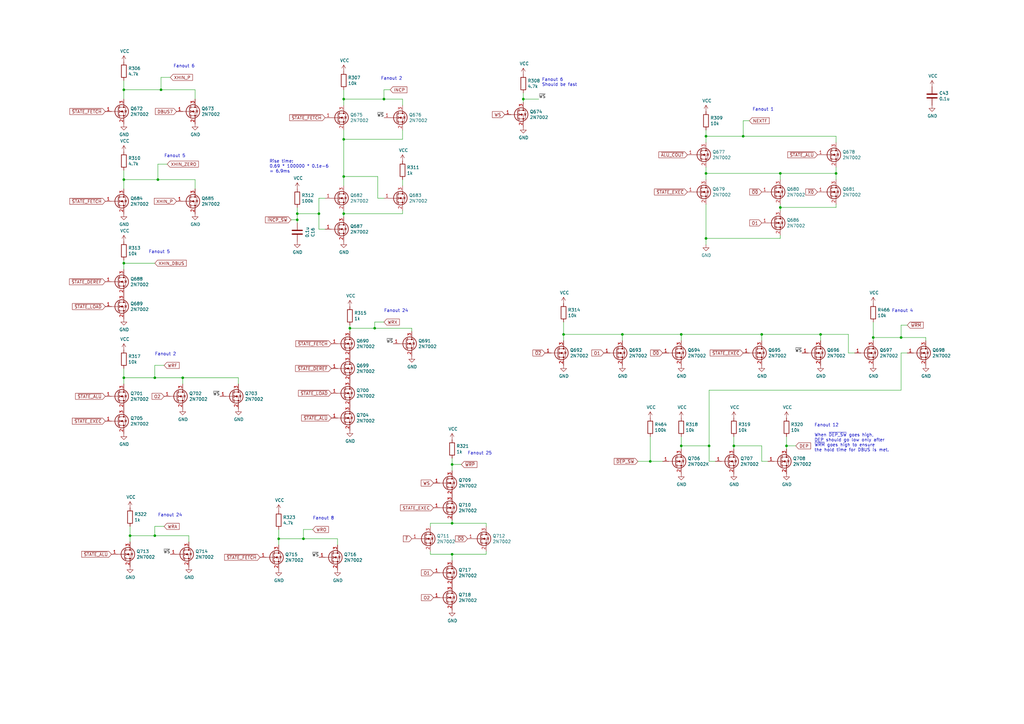
<source format=kicad_sch>
(kicad_sch (version 20230121) (generator eeschema)
  (paper "A3")
  (title_block (title "Q2 Computer") (date "2022-04-16") (rev "4c") (company "joewing.net"))
  (junction (at 121.92 87.63))
  (junction (at 358.14 138.43))
  (junction (at 124.46 220.98))
  (junction (at 185.42 214.63))
  (junction (at 53.34 219.71))
  (junction (at 320.04 71.12))
  (junction (at 74.93 154.94))
  (junction (at 50.8 107.95))
  (junction (at 289.56 55.88))
  (junction (at 50.8 73.66))
  (junction (at 342.9 71.12))
  (junction (at 369.57 138.43))
  (junction (at 157.48 40.64))
  (junction (at 66.04 36.83))
  (junction (at 312.42 137.16))
  (junction (at 185.42 190.5))
  (junction (at 63.5 219.71))
  (junction (at 289.56 71.12))
  (junction (at 140.97 57.15))
  (junction (at 143.51 134.62))
  (junction (at 140.97 87.63))
  (junction (at 322.58 182.88))
  (junction (at 266.7 189.23))
  (junction (at 121.92 90.17))
  (junction (at 289.56 97.79))
  (junction (at 50.8 36.83))
  (junction (at 153.67 134.62))
  (junction (at 130.81 87.63))
  (junction (at 140.97 40.64))
  (junction (at 231.14 137.16))
  (junction (at 300.99 182.88))
  (junction (at 185.42 227.33))
  (junction (at 290.83 182.88))
  (junction (at 279.4 137.16))
  (junction (at 114.3 220.98))
  (junction (at 255.27 137.16))
  (junction (at 304.8 55.88))
  (junction (at 279.4 182.88))
  (junction (at 50.8 154.94))
  (junction (at 64.77 73.66))
  (junction (at 63.5 154.94))
  (junction (at 336.55 137.16))
  (junction (at 140.97 72.39))
  (junction (at 214.63 40.64))
  (junction (at 320.04 85.09))
  (wire (pts (xy 114.3 217.17) (xy 114.3 220.98)))
  (wire (pts (xy 326.39 182.88) (xy 322.58 182.88)))
  (wire (pts (xy 130.81 81.28) (xy 130.81 87.63)))
  (wire (pts (xy 124.46 217.17) (xy 124.46 220.98)))
  (wire (pts (xy 130.81 93.98) (xy 133.35 93.98)))
  (wire (pts (xy 312.42 137.16) (xy 336.55 137.16)))
  (wire (pts (xy 320.04 83.82) (xy 320.04 85.09)))
  (wire (pts (xy 289.56 53.34) (xy 289.56 55.88)))
  (wire (pts (xy 50.8 154.94) (xy 50.8 157.48)))
  (wire (pts (xy 50.8 107.95) (xy 63.5 107.95)))
  (wire (pts (xy 176.53 215.9) (xy 176.53 214.63)))
  (wire (pts (xy 128.27 217.17) (xy 124.46 217.17)))
  (wire (pts (xy 289.56 55.88) (xy 304.8 55.88)))
  (wire (pts (xy 157.48 40.64) (xy 165.1 40.64)))
  (wire (pts (xy 114.3 223.52) (xy 114.3 220.98)))
  (wire (pts (xy 165.1 43.18) (xy 165.1 40.64)))
  (wire (pts (xy 140.97 57.15) (xy 140.97 53.34)))
  (wire (pts (xy 119.38 90.17) (xy 121.92 90.17)))
  (wire (pts (xy 185.42 190.5) (xy 185.42 193.04)))
  (wire (pts (xy 347.98 137.16) (xy 336.55 137.16)))
  (wire (pts (xy 231.14 137.16) (xy 255.27 137.16)))
  (wire (pts (xy 143.51 134.62) (xy 143.51 135.89)))
  (wire (pts (xy 176.53 227.33) (xy 185.42 227.33)))
  (wire (pts (xy 63.5 154.94) (xy 50.8 154.94)))
  (wire (pts (xy 320.04 71.12) (xy 342.9 71.12)))
  (wire (pts (xy 322.58 179.07) (xy 322.58 182.88)))
  (wire (pts (xy 347.98 144.78) (xy 347.98 137.16)))
  (wire (pts (xy 66.04 31.75) (xy 66.04 36.83)))
  (wire (pts (xy 68.58 67.31) (xy 64.77 67.31)))
  (wire (pts (xy 63.5 219.71) (xy 77.47 219.71)))
  (wire (pts (xy 50.8 33.02) (xy 50.8 36.83)))
  (wire (pts (xy 320.04 85.09) (xy 320.04 86.36)))
  (wire (pts (xy 358.14 132.08) (xy 358.14 138.43)))
  (wire (pts (xy 140.97 40.64) (xy 157.48 40.64)))
  (wire (pts (xy 80.01 73.66) (xy 64.77 73.66)))
  (wire (pts (xy 320.04 71.12) (xy 320.04 73.66)))
  (wire (pts (xy 157.48 132.08) (xy 153.67 132.08)))
  (wire (pts (xy 199.39 226.06) (xy 199.39 227.33)))
  (wire (pts (xy 66.04 36.83) (xy 80.01 36.83)))
  (wire (pts (xy 176.53 226.06) (xy 176.53 227.33)))
  (wire (pts (xy 322.58 182.88) (xy 322.58 184.15)))
  (wire (pts (xy 320.04 97.79) (xy 320.04 96.52)))
  (wire (pts (xy 214.63 40.64) (xy 214.63 41.91)))
  (wire (pts (xy 67.31 215.9) (xy 63.5 215.9)))
  (wire (pts (xy 369.57 144.78) (xy 372.11 144.78)))
  (wire (pts (xy 157.48 36.83) (xy 157.48 40.64)))
  (wire (pts (xy 300.99 182.88) (xy 312.42 182.88)))
  (wire (pts (xy 289.56 68.58) (xy 289.56 71.12)))
  (wire (pts (xy 290.83 182.88) (xy 279.4 182.88)))
  (wire (pts (xy 372.11 133.35) (xy 369.57 133.35)))
  (wire (pts (xy 63.5 154.94) (xy 74.93 154.94)))
  (wire (pts (xy 304.8 55.88) (xy 342.9 55.88)))
  (wire (pts (xy 185.42 227.33) (xy 185.42 229.87)))
  (wire (pts (xy 289.56 97.79) (xy 320.04 97.79)))
  (wire (pts (xy 140.97 36.83) (xy 140.97 40.64)))
  (wire (pts (xy 290.83 189.23) (xy 290.83 182.88)))
  (wire (pts (xy 279.4 182.88) (xy 279.4 184.15)))
  (wire (pts (xy 157.48 81.28) (xy 154.94 81.28)))
  (wire (pts (xy 289.56 83.82) (xy 289.56 97.79)))
  (wire (pts (xy 289.56 71.12) (xy 289.56 73.66)))
  (wire (pts (xy 50.8 40.64) (xy 50.8 36.83)))
  (wire (pts (xy 143.51 134.62) (xy 153.67 134.62)))
  (wire (pts (xy 320.04 85.09) (xy 342.9 85.09)))
  (wire (pts (xy 293.37 189.23) (xy 290.83 189.23)))
  (wire (pts (xy 290.83 160.02) (xy 369.57 160.02)))
  (wire (pts (xy 64.77 67.31) (xy 64.77 73.66)))
  (wire (pts (xy 130.81 87.63) (xy 130.81 93.98)))
  (wire (pts (xy 80.01 77.47) (xy 80.01 73.66)))
  (wire (pts (xy 50.8 36.83) (xy 66.04 36.83)))
  (wire (pts (xy 160.02 36.83) (xy 157.48 36.83)))
  (wire (pts (xy 74.93 154.94) (xy 97.79 154.94)))
  (wire (pts (xy 185.42 214.63) (xy 185.42 213.36)))
  (wire (pts (xy 153.67 132.08) (xy 153.67 134.62)))
  (wire (pts (xy 312.42 137.16) (xy 279.4 137.16)))
  (wire (pts (xy 185.42 227.33) (xy 199.39 227.33)))
  (wire (pts (xy 53.34 222.25) (xy 53.34 219.71)))
  (wire (pts (xy 342.9 71.12) (xy 342.9 68.58)))
  (wire (pts (xy 80.01 36.83) (xy 80.01 40.64)))
  (wire (pts (xy 279.4 179.07) (xy 279.4 182.88)))
  (wire (pts (xy 168.91 134.62) (xy 168.91 135.89)))
  (wire (pts (xy 289.56 71.12) (xy 320.04 71.12)))
  (wire (pts (xy 138.43 223.52) (xy 138.43 220.98)))
  (wire (pts (xy 261.62 189.23) (xy 266.7 189.23)))
  (wire (pts (xy 307.34 49.53) (xy 304.8 49.53)))
  (wire (pts (xy 300.99 179.07) (xy 300.99 182.88)))
  (wire (pts (xy 165.1 57.15) (xy 165.1 53.34)))
  (wire (pts (xy 140.97 87.63) (xy 165.1 87.63)))
  (wire (pts (xy 50.8 73.66) (xy 50.8 77.47)))
  (wire (pts (xy 342.9 85.09) (xy 342.9 83.82)))
  (wire (pts (xy 289.56 100.33) (xy 289.56 97.79)))
  (wire (pts (xy 154.94 81.28) (xy 154.94 72.39)))
  (wire (pts (xy 63.5 215.9) (xy 63.5 219.71)))
  (wire (pts (xy 165.1 87.63) (xy 165.1 86.36)))
  (wire (pts (xy 266.7 179.07) (xy 266.7 189.23)))
  (wire (pts (xy 74.93 154.94) (xy 74.93 157.48)))
  (wire (pts (xy 312.42 182.88) (xy 312.42 189.23)))
  (wire (pts (xy 266.7 189.23) (xy 271.78 189.23)))
  (wire (pts (xy 133.35 81.28) (xy 130.81 81.28)))
  (wire (pts (xy 67.31 149.86) (xy 63.5 149.86)))
  (wire (pts (xy 185.42 187.96) (xy 185.42 190.5)))
  (wire (pts (xy 63.5 149.86) (xy 63.5 154.94)))
  (wire (pts (xy 77.47 222.25) (xy 77.47 219.71)))
  (wire (pts (xy 358.14 138.43) (xy 358.14 139.7)))
  (wire (pts (xy 199.39 214.63) (xy 199.39 215.9)))
  (wire (pts (xy 336.55 139.7) (xy 336.55 137.16)))
  (wire (pts (xy 220.98 40.64) (xy 214.63 40.64)))
  (wire (pts (xy 279.4 137.16) (xy 279.4 139.7)))
  (wire (pts (xy 121.92 91.44) (xy 121.92 90.17)))
  (wire (pts (xy 64.77 73.66) (xy 50.8 73.66)))
  (wire (pts (xy 342.9 55.88) (xy 342.9 58.42)))
  (wire (pts (xy 53.34 219.71) (xy 63.5 219.71)))
  (wire (pts (xy 176.53 214.63) (xy 185.42 214.63)))
  (wire (pts (xy 231.14 137.16) (xy 231.14 139.7)))
  (wire (pts (xy 189.23 190.5) (xy 185.42 190.5)))
  (wire (pts (xy 185.42 214.63) (xy 199.39 214.63)))
  (wire (pts (xy 140.97 87.63) (xy 140.97 88.9)))
  (wire (pts (xy 369.57 160.02) (xy 369.57 144.78)))
  (wire (pts (xy 140.97 72.39) (xy 140.97 76.2)))
  (wire (pts (xy 140.97 86.36) (xy 140.97 87.63)))
  (wire (pts (xy 154.94 72.39) (xy 140.97 72.39)))
  (wire (pts (xy 279.4 137.16) (xy 255.27 137.16)))
  (wire (pts (xy 300.99 182.88) (xy 300.99 184.15)))
  (wire (pts (xy 369.57 138.43) (xy 379.73 138.43)))
  (wire (pts (xy 304.8 49.53) (xy 304.8 55.88)))
  (wire (pts (xy 140.97 43.18) (xy 140.97 40.64)))
  (wire (pts (xy 50.8 106.68) (xy 50.8 107.95)))
  (wire (pts (xy 289.56 58.42) (xy 289.56 55.88)))
  (wire (pts (xy 153.67 134.62) (xy 168.91 134.62)))
  (wire (pts (xy 143.51 133.35) (xy 143.51 134.62)))
  (wire (pts (xy 140.97 57.15) (xy 165.1 57.15)))
  (wire (pts (xy 140.97 57.15) (xy 140.97 72.39)))
  (wire (pts (xy 121.92 90.17) (xy 121.92 87.63)))
  (wire (pts (xy 97.79 154.94) (xy 97.79 157.48)))
  (wire (pts (xy 121.92 87.63) (xy 130.81 87.63)))
  (wire (pts (xy 50.8 151.13) (xy 50.8 154.94)))
  (wire (pts (xy 369.57 133.35) (xy 369.57 138.43)))
  (wire (pts (xy 114.3 220.98) (xy 124.46 220.98)))
  (wire (pts (xy 214.63 38.1) (xy 214.63 40.64)))
  (wire (pts (xy 50.8 69.85) (xy 50.8 73.66)))
  (wire (pts (xy 312.42 189.23) (xy 314.96 189.23)))
  (wire (pts (xy 350.52 144.78) (xy 347.98 144.78)))
  (wire (pts (xy 69.85 31.75) (xy 66.04 31.75)))
  (wire (pts (xy 165.1 73.66) (xy 165.1 76.2)))
  (wire (pts (xy 50.8 107.95) (xy 50.8 110.49)))
  (wire (pts (xy 379.73 138.43) (xy 379.73 139.7)))
  (wire (pts (xy 53.34 215.9) (xy 53.34 219.71)))
  (wire (pts (xy 312.42 139.7) (xy 312.42 137.16)))
  (wire (pts (xy 124.46 220.98) (xy 138.43 220.98)))
  (wire (pts (xy 290.83 182.88) (xy 290.83 160.02)))
  (wire (pts (xy 255.27 137.16) (xy 255.27 139.7)))
  (wire (pts (xy 358.14 138.43) (xy 369.57 138.43)))
  (wire (pts (xy 121.92 85.09) (xy 121.92 87.63)))
  (wire (pts (xy 231.14 132.08) (xy 231.14 137.16)))
  (wire (pts (xy 342.9 71.12) (xy 342.9 73.66)))
  (text "Fanout 25" (at 191.77 186.69 0) (effects (font (size 1.27 1.27)) (justify left bottom)))
  (text "Fanout 4" (at 365.76 128.27 0) (effects (font (size 1.27 1.27)) (justify left bottom)))
  (text "Fanout 5" (at 67.31 64.77 0) (effects (font (size 1.27 1.27)) (justify left bottom)))
  (text "Fanout 24" (at 64.77 212.09 0) (effects (font (size 1.27 1.27)) (justify left bottom)))
  (text "Fanout 12\n\nWhen ~{DEP_SW} goes high,\nDEP should go low only after\n~{WRM} goes high to ensure\nthe hold time for DBUS is met." (at 334.01 185.42 0) (effects (font (size 1.27 1.27)) (justify left bottom)))
  (text "Fanout 2" (at 63.5 146.05 0) (effects (font (size 1.27 1.27)) (justify left bottom)))
  (text "Fanout 6\nShould be fast" (at 222.25 35.56 0) (effects (font (size 1.27 1.27)) (justify left bottom)))
  (text "Fanout 5" (at 60.96 104.14 0) (effects (font (size 1.27 1.27)) (justify left bottom)))
  (text "Fanout 24" (at 157.48 128.27 0) (effects (font (size 1.27 1.27)) (justify left bottom)))
  (text "Fanout 2" (at 156.21 33.02 0) (effects (font (size 1.27 1.27)) (justify left bottom)))
  (text "Fanout 6" (at 71.12 27.94 0) (effects (font (size 1.27 1.27)) (justify left bottom)))
  (text "Fanout 8" (at 128.27 213.36 0) (effects (font (size 1.27 1.27)) (justify left bottom)))
  (text "Rise time:\n0.69 * 100000 * 0.1e-6\n= 6.9ms" (at 110.49 71.12 0) (effects (font (size 1.27 1.27)) (justify left bottom)))
  (text "Fanout 1" (at 308.61 45.72 0) (effects (font (size 1.27 1.27)) (justify left bottom)))
  (label "~{WS}" (at 90.17 162.56 180))
  (label "~{WS}" (at 130.81 228.6 180))
  (label "~{WS}" (at 220.98 40.64 0))
  (label "~{WS}" (at 161.29 140.97 180))
  (label "~{WS}" (at 157.48 48.26 180))
  (label "~{WS}" (at 69.85 227.33 180))
  (label "~{WS}" (at 328.93 144.78 180))
  (global_label "~{X0}" (shape input) (at 335.28 78.74 180) (property "Intersheetrefs" "${INTERSHEET_REFS}" (effects hide)))
  (global_label "WRF" (shape input) (at 67.31 149.86 0) (property "Intersheetrefs" "${INTERSHEET_REFS}" (effects hide)))
  (global_label "~{F}" (shape input) (at 168.91 220.98 180) (property "Intersheetrefs" "${INTERSHEET_REFS}" (effects hide)))
  (global_label "WS" (shape input) (at 177.8 198.12 180) (property "Intersheetrefs" "${INTERSHEET_REFS}" (effects hide)))
  (global_label "XHIN_DBUS" (shape input) (at 63.5 107.95 0) (property "Intersheetrefs" "${INTERSHEET_REFS}" (effects hide)))
  (global_label "XHIN_ZERO" (shape input) (at 68.58 67.31 0) (property "Intersheetrefs" "${INTERSHEET_REFS}" (effects hide)))
  (global_label "~{O0}" (shape input) (at 191.77 220.98 180) (property "Intersheetrefs" "${INTERSHEET_REFS}" (effects hide)))
  (global_label "O2" (shape input) (at 67.31 162.56 180) (property "Intersheetrefs" "${INTERSHEET_REFS}" (effects hide)))
  (global_label "~{INCP_SW}" (shape input) (at 119.38 90.17 180) (property "Intersheetrefs" "${INTERSHEET_REFS}" (effects hide)))
  (global_label "STATE_EXEC" (shape input) (at 177.8 208.28 180) (property "Intersheetrefs" "${INTERSHEET_REFS}" (effects hide)))
  (global_label "~{STATE_EXEC}" (shape input) (at 43.18 172.72 180) (property "Intersheetrefs" "${INTERSHEET_REFS}" (effects hide)))
  (global_label "~{STATE_EXEC}" (shape input) (at 281.94 78.74 180) (property "Intersheetrefs" "${INTERSHEET_REFS}" (effects hide)))
  (global_label "~{STATE_DEREF}" (shape input) (at 135.89 151.13 180) (property "Intersheetrefs" "${INTERSHEET_REFS}" (effects hide)))
  (global_label "~{STATE_ALU}" (shape input) (at 45.72 227.33 180) (property "Intersheetrefs" "${INTERSHEET_REFS}" (effects hide)))
  (global_label "~{STATE_ALU}" (shape input) (at 335.28 63.5 180) (property "Intersheetrefs" "${INTERSHEET_REFS}" (effects hide)))
  (global_label "~{O0}" (shape input) (at 312.42 78.74 180) (property "Intersheetrefs" "${INTERSHEET_REFS}" (effects hide)))
  (global_label "O1" (shape input) (at 312.42 91.44 180) (property "Intersheetrefs" "${INTERSHEET_REFS}" (effects hide)))
  (global_label "~{STATE_LOAD}" (shape input) (at 135.89 161.29 180) (property "Intersheetrefs" "${INTERSHEET_REFS}" (effects hide)))
  (global_label "~{ALU_COUT}" (shape input) (at 281.94 63.5 180) (property "Intersheetrefs" "${INTERSHEET_REFS}" (effects hide)))
  (global_label "XHIN_P" (shape input) (at 69.85 31.75 0) (property "Intersheetrefs" "${INTERSHEET_REFS}" (effects hide)))
  (global_label "~{STATE_FETCH}" (shape input) (at 43.18 82.55 180) (property "Intersheetrefs" "${INTERSHEET_REFS}" (effects hide)))
  (global_label "~{STATE_ALU}" (shape input) (at 135.89 171.45 180) (property "Intersheetrefs" "${INTERSHEET_REFS}" (effects hide)))
  (global_label "INCP" (shape input) (at 160.02 36.83 0) (property "Intersheetrefs" "${INTERSHEET_REFS}" (effects hide)))
  (global_label "WRA" (shape input) (at 67.31 215.9 0) (property "Intersheetrefs" "${INTERSHEET_REFS}" (effects hide)))
  (global_label "~{DEP_SW}" (shape input) (at 261.62 189.23 180) (property "Intersheetrefs" "${INTERSHEET_REFS}" (effects hide)))
  (global_label "~{O0}" (shape input) (at 271.78 144.78 180) (property "Intersheetrefs" "${INTERSHEET_REFS}" (effects hide)))
  (global_label "XHIN_P" (shape input) (at 72.39 82.55 180) (property "Intersheetrefs" "${INTERSHEET_REFS}" (effects hide)))
  (global_label "NEXTF" (shape input) (at 307.34 49.53 0) (property "Intersheetrefs" "${INTERSHEET_REFS}" (effects hide)))
  (global_label "~{STATE_FETCH}" (shape input) (at 43.18 45.72 180) (property "Intersheetrefs" "${INTERSHEET_REFS}" (effects hide)))
  (global_label "O1" (shape input) (at 177.8 234.95 180) (property "Intersheetrefs" "${INTERSHEET_REFS}" (effects hide)))
  (global_label "WRX" (shape input) (at 157.48 132.08 0) (property "Intersheetrefs" "${INTERSHEET_REFS}" (effects hide)))
  (global_label "~{STATE_LOAD}" (shape input) (at 43.18 125.73 180) (property "Intersheetrefs" "${INTERSHEET_REFS}" (effects hide)))
  (global_label "~{STATE_FETCH}" (shape input) (at 106.68 228.6 180) (property "Intersheetrefs" "${INTERSHEET_REFS}" (effects hide)))
  (global_label "~{STATE_ALU}" (shape input) (at 43.18 162.56 180) (property "Intersheetrefs" "${INTERSHEET_REFS}" (effects hide)))
  (global_label "~{WRM}" (shape input) (at 372.11 133.35 0) (property "Intersheetrefs" "${INTERSHEET_REFS}" (effects hide)))
  (global_label "O2" (shape input) (at 177.8 245.11 180) (property "Intersheetrefs" "${INTERSHEET_REFS}" (effects hide)))
  (global_label "~{O2}" (shape input) (at 223.52 144.78 180) (property "Intersheetrefs" "${INTERSHEET_REFS}" (effects hide)))
  (global_label "O1" (shape input) (at 247.65 144.78 180) (property "Intersheetrefs" "${INTERSHEET_REFS}" (effects hide)))
  (global_label "~{STATE_DEREF}" (shape input) (at 43.18 115.57 180) (property "Intersheetrefs" "${INTERSHEET_REFS}" (effects hide)))
  (global_label "WS" (shape input) (at 207.01 46.99 180) (property "Intersheetrefs" "${INTERSHEET_REFS}" (effects hide)))
  (global_label "WRO" (shape input) (at 128.27 217.17 0) (property "Intersheetrefs" "${INTERSHEET_REFS}" (effects hide)))
  (global_label "~{STATE_EXEC}" (shape input) (at 304.8 144.78 180) (property "Intersheetrefs" "${INTERSHEET_REFS}" (effects hide)))
  (global_label "~{WRP}" (shape input) (at 189.23 190.5 0) (property "Intersheetrefs" "${INTERSHEET_REFS}" (effects hide)))
  (global_label "~{STATE_FETCH}" (shape input) (at 135.89 140.97 180) (property "Intersheetrefs" "${INTERSHEET_REFS}" (effects hide)))
  (global_label "DBUS7" (shape input) (at 72.39 45.72 180) (property "Intersheetrefs" "${INTERSHEET_REFS}" (effects hide)))
  (global_label "DEP" (shape input) (at 326.39 182.88 0) (property "Intersheetrefs" "${INTERSHEET_REFS}" (effects hide)))
  (global_label "~{STATE_FETCH}" (shape input) (at 133.35 48.26 180) (property "Intersheetrefs" "${INTERSHEET_REFS}" (effects hide)))
  (symbol (lib_id "Transistor_FET:2N7002") (at 298.45 189.23 0) (unit 1)
    (property "Reference" "Q707" (at 303.6316 188.0616 0) (effects (justify left)))
    (property "Value" "2N7002" (at 303.6316 190.373 0) (effects (justify left)))
    (property "Footprint" "Package_TO_SOT_SMD:SOT-23" (effects hide))
    (property "LCSC" "C181083" (effects hide))
    (property "Manufacturer" "Guangdong Hottech" (effects hide))
    (property "Part Number" "2N7002" (effects hide))
    (property "Package" "SOT-23" (effects hide))
    (property "Type" "SMD" (effects hide))
  )
  (symbol (lib_id "power:GND") (at 300.99 194.31 0) (unit 1)
    (property "Reference" "#PWR0592" (effects hide))
    (property "Value" "GND" (at 301.117 198.7042 0))
  )
  (symbol (lib_id "Transistor_FET:2N7002") (at 276.86 189.23 0) (unit 1)
    (property "Reference" "Q706" (at 282.0416 188.0616 0) (effects (justify left)))
    (property "Value" "2N7002K" (at 282.0416 190.373 0) (effects (justify left)))
    (property "Footprint" "Package_TO_SOT_SMD:SOT-23" (effects hide))
    (property "LCSC" "C181083" (effects hide))
    (property "Manufacturer" "Guangdong Hottech" (effects hide))
    (property "Part Number" "2N7002K" (effects hide))
    (property "Package" "SOT-23" (effects hide))
    (property "Type" "SMD" (effects hide))
  )
  (symbol (lib_id "power:GND") (at 279.4 194.31 0) (unit 1)
    (property "Reference" "#PWR0591" (effects hide))
    (property "Value" "GND" (at 279.527 198.7042 0))
  )
  (symbol (lib_id "power:VCC") (at 279.4 171.45 0) (unit 1)
    (property "Reference" "#PWR0585" (effects hide))
    (property "Value" "VCC" (at 279.781 167.0558 0))
  )
  (symbol (lib_id "Device:R") (at 300.99 175.26 0) (unit 1)
    (property "Reference" "R319" (at 302.768 174.0916 0) (effects (justify left)))
    (property "Value" "10k" (at 302.768 176.403 0) (effects (justify left)))
    (property "Footprint" "Resistor_SMD:R_0603_1608Metric" (effects hide))
    (property "LCSC" "C25804" (effects hide))
    (property "Manufacturer" "UNI-ROYAL(Uniroyal Elec)" (effects hide))
    (property "Part Number" "0603WAF1002T5E" (effects hide))
    (property "Package" "0603" (effects hide))
    (property "Type" "SMD" (effects hide))
  )
  (symbol (lib_id "power:VCC") (at 300.99 171.45 0) (unit 1)
    (property "Reference" "#PWR0586" (effects hide))
    (property "Value" "VCC" (at 301.371 167.0558 0))
  )
  (symbol (lib_id "power:GND") (at 379.73 149.86 0) (unit 1)
    (property "Reference" "#PWR0582" (effects hide))
    (property "Value" "GND" (at 379.857 154.2542 0))
  )
  (symbol (lib_id "power:GND") (at 336.55 149.86 0) (unit 1)
    (property "Reference" "#PWR0580" (effects hide))
    (property "Value" "GND" (at 336.677 154.2542 0))
  )
  (symbol (lib_id "power:GND") (at 312.42 149.86 0) (unit 1)
    (property "Reference" "#PWR0579" (effects hide))
    (property "Value" "GND" (at 312.547 154.2542 0))
  )
  (symbol (lib_id "power:GND") (at 279.4 149.86 0) (unit 1)
    (property "Reference" "#PWR0578" (effects hide))
    (property "Value" "GND" (at 279.527 154.2542 0))
  )
  (symbol (lib_id "power:GND") (at 255.27 149.86 0) (unit 1)
    (property "Reference" "#PWR0577" (effects hide))
    (property "Value" "GND" (at 255.397 154.2542 0))
  )
  (symbol (lib_id "power:GND") (at 231.14 149.86 0) (unit 1)
    (property "Reference" "#PWR0576" (effects hide))
    (property "Value" "GND" (at 231.267 154.2542 0))
  )
  (symbol (lib_id "Transistor_FET:2N7002") (at 138.43 81.28 0) (unit 1)
    (property "Reference" "Q682" (at 143.6116 80.1116 0) (effects (justify left)))
    (property "Value" "2N7002" (at 143.6116 82.423 0) (effects (justify left)))
    (property "Footprint" "Package_TO_SOT_SMD:SOT-23" (effects hide))
    (property "LCSC" "C181083" (effects hide))
    (property "Manufacturer" "Guangdong Hottech" (effects hide))
    (property "Part Number" "2N7002" (effects hide))
    (property "Package" "SOT-23" (effects hide))
    (property "Type" "SMD" (effects hide))
  )
  (symbol (lib_id "Transistor_FET:2N7002") (at 138.43 93.98 0) (unit 1)
    (property "Reference" "Q687" (at 143.6116 92.8116 0) (effects (justify left)))
    (property "Value" "2N7002" (at 143.6116 95.123 0) (effects (justify left)))
    (property "Footprint" "Package_TO_SOT_SMD:SOT-23" (effects hide))
    (property "LCSC" "C181083" (effects hide))
    (property "Manufacturer" "Guangdong Hottech" (effects hide))
    (property "Part Number" "2N7002" (effects hide))
    (property "Package" "SOT-23" (effects hide))
    (property "Type" "SMD" (effects hide))
  )
  (symbol (lib_id "Transistor_FET:2N7002") (at 162.56 81.28 0) (unit 1)
    (property "Reference" "Q683" (at 167.7416 80.1116 0) (effects (justify left)))
    (property "Value" "2N7002" (at 167.7416 82.423 0) (effects (justify left)))
    (property "Footprint" "Package_TO_SOT_SMD:SOT-23" (effects hide))
    (property "LCSC" "C181083" (effects hide))
    (property "Manufacturer" "Guangdong Hottech" (effects hide))
    (property "Part Number" "2N7002" (effects hide))
    (property "Package" "SOT-23" (effects hide))
    (property "Type" "SMD" (effects hide))
  )
  (symbol (lib_id "Device:R") (at 165.1 69.85 0) (unit 1)
    (property "Reference" "R311" (at 166.878 68.6816 0) (effects (justify left)))
    (property "Value" "1k" (at 166.878 70.993 0) (effects (justify left)))
    (property "Footprint" "Resistor_SMD:R_0603_1608Metric" (effects hide))
    (property "LCSC" "C21190" (effects hide))
    (property "Manufacturer" "UNI-ROYAL(Uniroyal Elec)" (effects hide))
    (property "Part Number" "0603WAF1001T5E" (effects hide))
    (property "Package" "0603" (effects hide))
    (property "Type" "SMD" (effects hide))
  )
  (symbol (lib_id "power:VCC") (at 165.1 66.04 0) (unit 1)
    (property "Reference" "#PWR0562" (effects hide))
    (property "Value" "VCC" (at 165.481 61.6458 0))
  )
  (symbol (lib_id "power:GND") (at 140.97 99.06 0) (unit 1)
    (property "Reference" "#PWR0568" (effects hide))
    (property "Value" "GND" (at 141.097 103.4542 0))
  )
  (symbol (lib_id "Device:R") (at 121.92 81.28 0) (unit 1)
    (property "Reference" "R312" (at 123.698 80.1116 0) (effects (justify left)))
    (property "Value" "100k" (at 123.698 82.423 0) (effects (justify left)))
    (property "Footprint" "Resistor_SMD:R_0603_1608Metric" (effects hide))
    (property "LCSC" "C25803" (effects hide))
    (property "Manufacturer" "UNI-ROYAL(Uniroyal Elec)" (effects hide))
    (property "Part Number" "0603WAF1003T5E" (effects hide))
    (property "Package" "0603" (effects hide))
    (property "Type" "SMD" (effects hide))
  )
  (symbol (lib_id "power:VCC") (at 121.92 77.47 0) (unit 1)
    (property "Reference" "#PWR0563" (effects hide))
    (property "Value" "VCC" (at 122.301 73.0758 0))
  )
  (symbol (lib_id "Device:C") (at 121.92 95.25 180) (unit 1)
    (property "Reference" "C16" (at 128.3208 95.25 90))
    (property "Value" "0.1u" (at 126.0094 95.25 90))
    (property "Footprint" "Capacitor_SMD:C_0805_2012Metric" (effects hide))
    (property "LCSC" "C49678" (effects hide))
    (property "Manufacturer" "YAGEO" (effects hide))
    (property "Part Number" "CC0805KRX7R9BB104" (effects hide))
    (property "Package" "0805" (effects hide))
    (property "Type" "SMD" (effects hide))
  )
  (symbol (lib_id "power:GND") (at 121.92 99.06 0) (unit 1)
    (property "Reference" "#PWR0567" (effects hide))
    (property "Value" "GND" (at 122.047 103.4542 0))
  )
  (symbol (lib_id "power:GND") (at 114.3 233.68 0) (unit 1)
    (property "Reference" "#PWR0598" (effects hide))
    (property "Value" "GND" (at 114.427 238.0742 0))
  )
  (symbol (lib_id "Device:R") (at 114.3 213.36 0) (unit 1)
    (property "Reference" "R323" (at 116.078 212.1916 0) (effects (justify left)))
    (property "Value" "4.7k" (at 116.078 214.503 0) (effects (justify left)))
    (property "Footprint" "Resistor_SMD:R_0603_1608Metric" (effects hide))
    (property "LCSC" "C23162" (effects hide))
    (property "Manufacturer" "UNI-ROYAL(Uniroyal Elec)" (effects hide))
    (property "Part Number" "0603WAF4701T5E" (effects hide))
    (property "Package" "0603" (effects hide))
    (property "Type" "SMD" (effects hide))
  )
  (symbol (lib_id "power:VCC") (at 114.3 209.55 0) (unit 1)
    (property "Reference" "#PWR0595" (effects hide))
    (property "Value" "VCC" (at 114.681 205.1558 0))
  )
  (symbol (lib_id "power:GND") (at 138.43 233.68 0) (unit 1)
    (property "Reference" "#PWR0599" (effects hide))
    (property "Value" "GND" (at 138.557 238.0742 0))
  )
  (symbol (lib_id "power:GND") (at 214.63 52.07 0) (unit 1)
    (property "Reference" "#PWR0560" (effects hide))
    (property "Value" "GND" (at 214.757 56.4642 0))
  )
  (symbol (lib_id "Device:R") (at 214.63 34.29 0) (unit 1)
    (property "Reference" "R308" (at 216.408 33.1216 0) (effects (justify left)))
    (property "Value" "4.7k" (at 216.408 35.433 0) (effects (justify left)))
    (property "Footprint" "Resistor_SMD:R_0603_1608Metric" (effects hide))
    (property "LCSC" "C23162" (effects hide))
    (property "Manufacturer" "UNI-ROYAL(Uniroyal Elec)" (effects hide))
    (property "Part Number" "0603WAF4701T5E" (effects hide))
    (property "Package" "0603" (effects hide))
    (property "Type" "SMD" (effects hide))
  )
  (symbol (lib_id "power:VCC") (at 214.63 30.48 0) (unit 1)
    (property "Reference" "#PWR0556" (effects hide))
    (property "Value" "VCC" (at 215.011 26.0858 0))
  )
  (symbol (lib_id "power:GND") (at 50.8 50.8 0) (unit 1)
    (property "Reference" "#PWR0558" (effects hide))
    (property "Value" "GND" (at 50.927 55.1942 0))
  )
  (symbol (lib_id "power:GND") (at 80.01 50.8 0) (unit 1)
    (property "Reference" "#PWR0559" (effects hide))
    (property "Value" "GND" (at 80.137 55.1942 0))
  )
  (symbol (lib_id "Device:R") (at 50.8 29.21 0) (unit 1)
    (property "Reference" "R306" (at 52.578 28.0416 0) (effects (justify left)))
    (property "Value" "4.7k" (at 52.578 30.353 0) (effects (justify left)))
    (property "Footprint" "Resistor_SMD:R_0603_1608Metric" (effects hide))
    (property "LCSC" "C23162" (effects hide))
    (property "Manufacturer" "UNI-ROYAL(Uniroyal Elec)" (effects hide))
    (property "Part Number" "0603WAF4701T5E" (effects hide))
    (property "Package" "0603" (effects hide))
    (property "Type" "SMD" (effects hide))
  )
  (symbol (lib_id "power:VCC") (at 50.8 25.4 0) (unit 1)
    (property "Reference" "#PWR0554" (effects hide))
    (property "Value" "VCC" (at 51.181 21.0058 0))
  )
  (symbol (lib_id "power:GND") (at 80.01 87.63 0) (unit 1)
    (property "Reference" "#PWR0565" (effects hide))
    (property "Value" "GND" (at 80.137 92.0242 0))
  )
  (symbol (lib_id "power:GND") (at 50.8 87.63 0) (unit 1)
    (property "Reference" "#PWR0564" (effects hide))
    (property "Value" "GND" (at 50.927 92.0242 0))
  )
  (symbol (lib_id "Device:R") (at 50.8 66.04 0) (unit 1)
    (property "Reference" "R310" (at 52.578 64.8716 0) (effects (justify left)))
    (property "Value" "4.7k" (at 52.578 67.183 0) (effects (justify left)))
    (property "Footprint" "Resistor_SMD:R_0603_1608Metric" (effects hide))
    (property "LCSC" "C23162" (effects hide))
    (property "Manufacturer" "UNI-ROYAL(Uniroyal Elec)" (effects hide))
    (property "Part Number" "0603WAF4701T5E" (effects hide))
    (property "Package" "0603" (effects hide))
    (property "Type" "SMD" (effects hide))
  )
  (symbol (lib_id "power:VCC") (at 50.8 62.23 0) (unit 1)
    (property "Reference" "#PWR0561" (effects hide))
    (property "Value" "VCC" (at 51.181 57.8358 0))
  )
  (symbol (lib_id "Device:R") (at 50.8 102.87 0) (unit 1)
    (property "Reference" "R313" (at 52.578 101.7016 0) (effects (justify left)))
    (property "Value" "10k" (at 52.578 104.013 0) (effects (justify left)))
    (property "Footprint" "Resistor_SMD:R_0603_1608Metric" (effects hide))
    (property "LCSC" "C25804" (effects hide))
    (property "Manufacturer" "UNI-ROYAL(Uniroyal Elec)" (effects hide))
    (property "Part Number" "0603WAF1002T5E" (effects hide))
    (property "Package" "0603" (effects hide))
    (property "Type" "SMD" (effects hide))
  )
  (symbol (lib_id "power:VCC") (at 50.8 99.06 0) (unit 1)
    (property "Reference" "#PWR0566" (effects hide))
    (property "Value" "VCC" (at 51.181 94.6658 0))
  )
  (symbol (lib_id "power:GND") (at 50.8 130.81 0) (unit 1)
    (property "Reference" "#PWR0573" (effects hide))
    (property "Value" "GND" (at 50.927 135.2042 0))
  )
  (symbol (lib_id "power:GND") (at 53.34 232.41 0) (unit 1)
    (property "Reference" "#PWR0596" (effects hide))
    (property "Value" "GND" (at 53.467 236.8042 0))
  )
  (symbol (lib_id "Device:R") (at 53.34 212.09 0) (unit 1)
    (property "Reference" "R322" (at 55.118 210.9216 0) (effects (justify left)))
    (property "Value" "1k" (at 55.118 213.233 0) (effects (justify left)))
    (property "Footprint" "Resistor_SMD:R_0603_1608Metric" (effects hide))
    (property "LCSC" "C21190" (effects hide))
    (property "Manufacturer" "UNI-ROYAL(Uniroyal Elec)" (effects hide))
    (property "Part Number" "0603WAF1001T5E" (effects hide))
    (property "Package" "0603" (effects hide))
    (property "Type" "SMD" (effects hide))
  )
  (symbol (lib_id "power:VCC") (at 53.34 208.28 0) (unit 1)
    (property "Reference" "#PWR0594" (effects hide))
    (property "Value" "VCC" (at 53.721 203.8858 0))
  )
  (symbol (lib_id "power:GND") (at 77.47 232.41 0) (unit 1)
    (property "Reference" "#PWR0597" (effects hide))
    (property "Value" "GND" (at 77.597 236.8042 0))
  )
  (symbol (lib_id "power:GND") (at 143.51 176.53 0) (unit 1)
    (property "Reference" "#PWR0588" (effects hide))
    (property "Value" "GND" (at 143.637 180.9242 0))
  )
  (symbol (lib_id "Device:R") (at 143.51 129.54 0) (unit 1)
    (property "Reference" "R315" (at 145.288 128.3716 0) (effects (justify left)))
    (property "Value" "1k" (at 145.288 130.683 0) (effects (justify left)))
    (property "Footprint" "Resistor_SMD:R_0603_1608Metric" (effects hide))
    (property "LCSC" "C21190" (effects hide))
    (property "Manufacturer" "UNI-ROYAL(Uniroyal Elec)" (effects hide))
    (property "Part Number" "0603WAF1001T5E" (effects hide))
    (property "Package" "0603" (effects hide))
    (property "Type" "SMD" (effects hide))
  )
  (symbol (lib_id "power:VCC") (at 143.51 125.73 0) (unit 1)
    (property "Reference" "#PWR0571" (effects hide))
    (property "Value" "VCC" (at 143.891 121.3358 0))
  )
  (symbol (lib_id "Device:R") (at 140.97 33.02 0) (unit 1)
    (property "Reference" "R307" (at 142.748 31.8516 0) (effects (justify left)))
    (property "Value" "10k" (at 142.748 34.163 0) (effects (justify left)))
    (property "Footprint" "Resistor_SMD:R_0603_1608Metric" (effects hide))
    (property "LCSC" "C25804" (effects hide))
    (property "Manufacturer" "UNI-ROYAL(Uniroyal Elec)" (effects hide))
    (property "Part Number" "0603WAF1002T5E" (effects hide))
    (property "Package" "0603" (effects hide))
    (property "Type" "SMD" (effects hide))
  )
  (symbol (lib_id "power:VCC") (at 140.97 29.21 0) (unit 1)
    (property "Reference" "#PWR0555" (effects hide))
    (property "Value" "VCC" (at 141.351 24.8158 0))
  )
  (symbol (lib_id "power:GND") (at 50.8 177.8 0) (unit 1)
    (property "Reference" "#PWR0589" (effects hide))
    (property "Value" "GND" (at 50.927 182.1942 0))
  )
  (symbol (lib_id "Device:R") (at 50.8 147.32 0) (unit 1)
    (property "Reference" "R317" (at 52.578 146.1516 0) (effects (justify left)))
    (property "Value" "10k" (at 52.578 148.463 0) (effects (justify left)))
    (property "Footprint" "Resistor_SMD:R_0603_1608Metric" (effects hide))
    (property "LCSC" "C25804" (effects hide))
    (property "Manufacturer" "UNI-ROYAL(Uniroyal Elec)" (effects hide))
    (property "Part Number" "0603WAF1002T5E" (effects hide))
    (property "Package" "0603" (effects hide))
    (property "Type" "SMD" (effects hide))
  )
  (symbol (lib_id "power:VCC") (at 50.8 143.51 0) (unit 1)
    (property "Reference" "#PWR0574" (effects hide))
    (property "Value" "VCC" (at 51.181 139.1158 0))
  )
  (symbol (lib_id "Device:R") (at 289.56 49.53 0) (unit 1)
    (property "Reference" "R309" (at 291.338 48.3616 0) (effects (justify left)))
    (property "Value" "10k" (at 291.338 50.673 0) (effects (justify left)))
    (property "Footprint" "Resistor_SMD:R_0603_1608Metric" (effects hide))
    (property "LCSC" "C25804" (effects hide))
    (property "Manufacturer" "UNI-ROYAL(Uniroyal Elec)" (effects hide))
    (property "Part Number" "0603WAF1002T5E" (effects hide))
    (property "Package" "0603" (effects hide))
    (property "Type" "SMD" (effects hide))
  )
  (symbol (lib_id "power:VCC") (at 289.56 45.72 0) (unit 1)
    (property "Reference" "#PWR0557" (effects hide))
    (property "Value" "VCC" (at 289.941 41.3258 0))
  )
  (symbol (lib_id "Device:R") (at 231.14 128.27 0) (unit 1)
    (property "Reference" "R314" (at 232.918 127.1016 0) (effects (justify left)))
    (property "Value" "10k" (at 232.918 129.413 0) (effects (justify left)))
    (property "Footprint" "Resistor_SMD:R_0603_1608Metric" (effects hide))
    (property "LCSC" "C25804" (effects hide))
    (property "Manufacturer" "UNI-ROYAL(Uniroyal Elec)" (effects hide))
    (property "Part Number" "0603WAF1002T5E" (effects hide))
    (property "Package" "0603" (effects hide))
    (property "Type" "SMD" (effects hide))
  )
  (symbol (lib_id "power:VCC") (at 231.14 124.46 0) (unit 1)
    (property "Reference" "#PWR0570" (effects hide))
    (property "Value" "VCC" (at 231.521 120.0658 0))
  )
  (symbol (lib_id "Device:R") (at 185.42 184.15 0) (unit 1)
    (property "Reference" "R321" (at 187.198 182.9816 0) (effects (justify left)))
    (property "Value" "1k" (at 187.198 185.293 0) (effects (justify left)))
    (property "Footprint" "Resistor_SMD:R_0603_1608Metric" (effects hide))
    (property "LCSC" "C21190" (effects hide))
    (property "Manufacturer" "UNI-ROYAL(Uniroyal Elec)" (effects hide))
    (property "Part Number" "0603WAF1001T5E" (effects hide))
    (property "Package" "0603" (effects hide))
    (property "Type" "SMD" (effects hide))
  )
  (symbol (lib_id "power:VCC") (at 185.42 180.34 0) (unit 1)
    (property "Reference" "#PWR0590" (effects hide))
    (property "Value" "VCC" (at 185.801 175.9458 0))
  )
  (symbol (lib_id "Transistor_FET:2N7002") (at 77.47 45.72 0) (unit 1)
    (property "Reference" "Q673" (at 82.6516 44.5516 0) (effects (justify left)))
    (property "Value" "2N7002" (at 82.6516 46.863 0) (effects (justify left)))
    (property "Footprint" "Package_TO_SOT_SMD:SOT-23" (effects hide))
    (property "LCSC" "C181083" (effects hide))
    (property "Manufacturer" "Guangdong Hottech" (effects hide))
    (property "Part Number" "2N7002" (effects hide))
    (property "Package" "SOT-23" (effects hide))
    (property "Type" "SMD" (effects hide))
  )
  (symbol (lib_id "Transistor_FET:2N7002") (at 48.26 45.72 0) (unit 1)
    (property "Reference" "Q672" (at 53.4416 44.5516 0) (effects (justify left)))
    (property "Value" "2N7002" (at 53.4416 46.863 0) (effects (justify left)))
    (property "Footprint" "Package_TO_SOT_SMD:SOT-23" (effects hide))
    (property "LCSC" "C181083" (effects hide))
    (property "Manufacturer" "Guangdong Hottech" (effects hide))
    (property "Part Number" "2N7002" (effects hide))
    (property "Package" "SOT-23" (effects hide))
    (property "Type" "SMD" (effects hide))
  )
  (symbol (lib_id "Transistor_FET:2N7002") (at 48.26 82.55 0) (unit 1)
    (property "Reference" "Q684" (at 53.4416 81.3816 0) (effects (justify left)))
    (property "Value" "2N7002" (at 53.4416 83.693 0) (effects (justify left)))
    (property "Footprint" "Package_TO_SOT_SMD:SOT-23" (effects hide))
    (property "LCSC" "C181083" (effects hide))
    (property "Manufacturer" "Guangdong Hottech" (effects hide))
    (property "Part Number" "2N7002" (effects hide))
    (property "Package" "SOT-23" (effects hide))
    (property "Type" "SMD" (effects hide))
  )
  (symbol (lib_id "Transistor_FET:2N7002") (at 77.47 82.55 0) (unit 1)
    (property "Reference" "Q685" (at 82.6516 81.3816 0) (effects (justify left)))
    (property "Value" "2N7002" (at 82.6516 83.693 0) (effects (justify left)))
    (property "Footprint" "Package_TO_SOT_SMD:SOT-23" (effects hide))
    (property "LCSC" "C181083" (effects hide))
    (property "Manufacturer" "Guangdong Hottech" (effects hide))
    (property "Part Number" "2N7002" (effects hide))
    (property "Package" "SOT-23" (effects hide))
    (property "Type" "SMD" (effects hide))
  )
  (symbol (lib_id "Transistor_FET:2N7002") (at 138.43 48.26 0) (unit 1)
    (property "Reference" "Q675" (at 143.6116 47.0916 0) (effects (justify left)))
    (property "Value" "2N7002" (at 143.6116 49.403 0) (effects (justify left)))
    (property "Footprint" "Package_TO_SOT_SMD:SOT-23" (effects hide))
    (property "LCSC" "C181083" (effects hide))
    (property "Manufacturer" "Guangdong Hottech" (effects hide))
    (property "Part Number" "2N7002" (effects hide))
    (property "Package" "SOT-23" (effects hide))
    (property "Type" "SMD" (effects hide))
  )
  (symbol (lib_id "Transistor_FET:2N7002") (at 162.56 48.26 0) (unit 1)
    (property "Reference" "Q676" (at 167.7416 47.0916 0) (effects (justify left)))
    (property "Value" "2N7002" (at 167.7416 49.403 0) (effects (justify left)))
    (property "Footprint" "Package_TO_SOT_SMD:SOT-23" (effects hide))
    (property "LCSC" "C181083" (effects hide))
    (property "Manufacturer" "Guangdong Hottech" (effects hide))
    (property "Part Number" "2N7002" (effects hide))
    (property "Package" "SOT-23" (effects hide))
    (property "Type" "SMD" (effects hide))
  )
  (symbol (lib_id "Transistor_FET:2N7002") (at 212.09 46.99 0) (unit 1)
    (property "Reference" "Q674" (at 217.2716 45.8216 0) (effects (justify left)))
    (property "Value" "2N7002" (at 217.2716 48.133 0) (effects (justify left)))
    (property "Footprint" "Package_TO_SOT_SMD:SOT-23" (effects hide))
    (property "LCSC" "C181083" (effects hide))
    (property "Manufacturer" "Guangdong Hottech" (effects hide))
    (property "Part Number" "2N7002" (effects hide))
    (property "Package" "SOT-23" (effects hide))
    (property "Type" "SMD" (effects hide))
  )
  (symbol (lib_id "Transistor_FET:2N7002") (at 48.26 115.57 0) (unit 1)
    (property "Reference" "Q688" (at 53.4416 114.4016 0) (effects (justify left)))
    (property "Value" "2N7002" (at 53.4416 116.713 0) (effects (justify left)))
    (property "Footprint" "Package_TO_SOT_SMD:SOT-23" (effects hide))
    (property "LCSC" "C181083" (effects hide))
    (property "Manufacturer" "Guangdong Hottech" (effects hide))
    (property "Part Number" "2N7002" (effects hide))
    (property "Package" "SOT-23" (effects hide))
    (property "Type" "SMD" (effects hide))
  )
  (symbol (lib_id "Transistor_FET:2N7002") (at 48.26 125.73 0) (unit 1)
    (property "Reference" "Q689" (at 53.4416 124.5616 0) (effects (justify left)))
    (property "Value" "2N7002" (at 53.4416 126.873 0) (effects (justify left)))
    (property "Footprint" "Package_TO_SOT_SMD:SOT-23" (effects hide))
    (property "LCSC" "C181083" (effects hide))
    (property "Manufacturer" "Guangdong Hottech" (effects hide))
    (property "Part Number" "2N7002" (effects hide))
    (property "Package" "SOT-23" (effects hide))
    (property "Type" "SMD" (effects hide))
  )
  (symbol (lib_id "Transistor_FET:2N7002") (at 111.76 228.6 0) (unit 1)
    (property "Reference" "Q715" (at 116.9416 227.4316 0) (effects (justify left)))
    (property "Value" "2N7002" (at 116.9416 229.743 0) (effects (justify left)))
    (property "Footprint" "Package_TO_SOT_SMD:SOT-23" (effects hide))
    (property "LCSC" "C181083" (effects hide))
    (property "Manufacturer" "Guangdong Hottech" (effects hide))
    (property "Part Number" "2N7002" (effects hide))
    (property "Package" "SOT-23" (effects hide))
    (property "Type" "SMD" (effects hide))
  )
  (symbol (lib_id "Transistor_FET:2N7002") (at 135.89 228.6 0) (unit 1)
    (property "Reference" "Q716" (at 141.0716 227.4316 0) (effects (justify left)))
    (property "Value" "2N7002" (at 141.0716 229.743 0) (effects (justify left)))
    (property "Footprint" "Package_TO_SOT_SMD:SOT-23" (effects hide))
    (property "LCSC" "C181083" (effects hide))
    (property "Manufacturer" "Guangdong Hottech" (effects hide))
    (property "Part Number" "2N7002" (effects hide))
    (property "Package" "SOT-23" (effects hide))
    (property "Type" "SMD" (effects hide))
  )
  (symbol (lib_id "Transistor_FET:2N7002") (at 50.8 227.33 0) (unit 1)
    (property "Reference" "Q713" (at 55.9816 226.1616 0) (effects (justify left)))
    (property "Value" "2N7002" (at 55.9816 228.473 0) (effects (justify left)))
    (property "Footprint" "Package_TO_SOT_SMD:SOT-23" (effects hide))
    (property "LCSC" "C181083" (effects hide))
    (property "Manufacturer" "Guangdong Hottech" (effects hide))
    (property "Part Number" "2N7002" (effects hide))
    (property "Package" "SOT-23" (effects hide))
    (property "Type" "SMD" (effects hide))
  )
  (symbol (lib_id "Transistor_FET:2N7002") (at 74.93 227.33 0) (unit 1)
    (property "Reference" "Q714" (at 80.1116 226.1616 0) (effects (justify left)))
    (property "Value" "2N7002" (at 80.1116 228.473 0) (effects (justify left)))
    (property "Footprint" "Package_TO_SOT_SMD:SOT-23" (effects hide))
    (property "LCSC" "C181083" (effects hide))
    (property "Manufacturer" "Guangdong Hottech" (effects hide))
    (property "Part Number" "2N7002" (effects hide))
    (property "Package" "SOT-23" (effects hide))
    (property "Type" "SMD" (effects hide))
  )
  (symbol (lib_id "Transistor_FET:2N7002") (at 48.26 162.56 0) (unit 1)
    (property "Reference" "Q701" (at 53.4416 161.3916 0) (effects (justify left)))
    (property "Value" "2N7002" (at 53.4416 163.703 0) (effects (justify left)))
    (property "Footprint" "Package_TO_SOT_SMD:SOT-23" (effects hide))
    (property "LCSC" "C181083" (effects hide))
    (property "Manufacturer" "Guangdong Hottech" (effects hide))
    (property "Part Number" "2N7002" (effects hide))
    (property "Package" "SOT-23" (effects hide))
    (property "Type" "SMD" (effects hide))
  )
  (symbol (lib_id "Transistor_FET:2N7002") (at 48.26 172.72 0) (unit 1)
    (property "Reference" "Q705" (at 53.4416 171.5516 0) (effects (justify left)))
    (property "Value" "2N7002" (at 53.4416 173.863 0) (effects (justify left)))
    (property "Footprint" "Package_TO_SOT_SMD:SOT-23" (effects hide))
    (property "LCSC" "C181083" (effects hide))
    (property "Manufacturer" "Guangdong Hottech" (effects hide))
    (property "Part Number" "2N7002" (effects hide))
    (property "Package" "SOT-23" (effects hide))
    (property "Type" "SMD" (effects hide))
  )
  (symbol (lib_id "Transistor_FET:2N7002") (at 72.39 162.56 0) (unit 1)
    (property "Reference" "Q702" (at 77.5716 161.3916 0) (effects (justify left)))
    (property "Value" "2N7002" (at 77.5716 163.703 0) (effects (justify left)))
    (property "Footprint" "Package_TO_SOT_SMD:SOT-23" (effects hide))
    (property "LCSC" "C181083" (effects hide))
    (property "Manufacturer" "Guangdong Hottech" (effects hide))
    (property "Part Number" "2N7002" (effects hide))
    (property "Package" "SOT-23" (effects hide))
    (property "Type" "SMD" (effects hide))
  )
  (symbol (lib_id "Transistor_FET:2N7002") (at 95.25 162.56 0) (unit 1)
    (property "Reference" "Q703" (at 100.4316 161.3916 0) (effects (justify left)))
    (property "Value" "2N7002" (at 100.4316 163.703 0) (effects (justify left)))
    (property "Footprint" "Package_TO_SOT_SMD:SOT-23" (effects hide))
    (property "LCSC" "C181083" (effects hide))
    (property "Manufacturer" "Guangdong Hottech" (effects hide))
    (property "Part Number" "2N7002" (effects hide))
    (property "Package" "SOT-23" (effects hide))
    (property "Type" "SMD" (effects hide))
  )
  (symbol (lib_id "power:GND") (at 74.93 167.64 0) (unit 1)
    (property "Reference" "#PWR0583" (effects hide))
    (property "Value" "GND" (at 75.057 172.0342 0))
  )
  (symbol (lib_id "power:GND") (at 97.79 167.64 0) (unit 1)
    (property "Reference" "#PWR0584" (effects hide))
    (property "Value" "GND" (at 97.917 172.0342 0))
  )
  (symbol (lib_id "Transistor_FET:2N7002") (at 228.6 144.78 0) (unit 1)
    (property "Reference" "Q692" (at 233.7816 143.6116 0) (effects (justify left)))
    (property "Value" "2N7002" (at 233.7816 145.923 0) (effects (justify left)))
    (property "Footprint" "Package_TO_SOT_SMD:SOT-23" (effects hide))
    (property "LCSC" "C181083" (effects hide))
    (property "Manufacturer" "Guangdong Hottech" (effects hide))
    (property "Part Number" "2N7002" (effects hide))
    (property "Package" "SOT-23" (effects hide))
    (property "Type" "SMD" (effects hide))
  )
  (symbol (lib_id "Transistor_FET:2N7002") (at 252.73 144.78 0) (unit 1)
    (property "Reference" "Q693" (at 257.9116 143.6116 0) (effects (justify left)))
    (property "Value" "2N7002" (at 257.9116 145.923 0) (effects (justify left)))
    (property "Footprint" "Package_TO_SOT_SMD:SOT-23" (effects hide))
    (property "LCSC" "C181083" (effects hide))
    (property "Manufacturer" "Guangdong Hottech" (effects hide))
    (property "Part Number" "2N7002" (effects hide))
    (property "Package" "SOT-23" (effects hide))
    (property "Type" "SMD" (effects hide))
  )
  (symbol (lib_id "Transistor_FET:2N7002") (at 276.86 144.78 0) (unit 1)
    (property "Reference" "Q694" (at 282.0416 143.6116 0) (effects (justify left)))
    (property "Value" "2N7002" (at 282.0416 145.923 0) (effects (justify left)))
    (property "Footprint" "Package_TO_SOT_SMD:SOT-23" (effects hide))
    (property "LCSC" "C181083" (effects hide))
    (property "Manufacturer" "Guangdong Hottech" (effects hide))
    (property "Part Number" "2N7002" (effects hide))
    (property "Package" "SOT-23" (effects hide))
    (property "Type" "SMD" (effects hide))
  )
  (symbol (lib_id "Transistor_FET:2N7002") (at 309.88 144.78 0) (unit 1)
    (property "Reference" "Q695" (at 315.0616 143.6116 0) (effects (justify left)))
    (property "Value" "2N7002" (at 315.0616 145.923 0) (effects (justify left)))
    (property "Footprint" "Package_TO_SOT_SMD:SOT-23" (effects hide))
    (property "LCSC" "C181083" (effects hide))
    (property "Manufacturer" "Guangdong Hottech" (effects hide))
    (property "Part Number" "2N7002" (effects hide))
    (property "Package" "SOT-23" (effects hide))
    (property "Type" "SMD" (effects hide))
  )
  (symbol (lib_id "Transistor_FET:2N7002") (at 334.01 144.78 0) (unit 1)
    (property "Reference" "Q696" (at 339.1916 143.6116 0) (effects (justify left)))
    (property "Value" "2N7002" (at 339.1916 145.923 0) (effects (justify left)))
    (property "Footprint" "Package_TO_SOT_SMD:SOT-23" (effects hide))
    (property "LCSC" "C181083" (effects hide))
    (property "Manufacturer" "Guangdong Hottech" (effects hide))
    (property "Part Number" "2N7002" (effects hide))
    (property "Package" "SOT-23" (effects hide))
    (property "Type" "SMD" (effects hide))
  )
  (symbol (lib_id "Transistor_FET:2N7002") (at 377.19 144.78 0) (unit 1)
    (property "Reference" "Q698" (at 382.3716 143.6116 0) (effects (justify left)))
    (property "Value" "2N7002" (at 382.3716 145.923 0) (effects (justify left)))
    (property "Footprint" "Package_TO_SOT_SMD:SOT-23" (effects hide))
    (property "LCSC" "C181083" (effects hide))
    (property "Manufacturer" "Guangdong Hottech" (effects hide))
    (property "Part Number" "2N7002" (effects hide))
    (property "Package" "SOT-23" (effects hide))
    (property "Type" "SMD" (effects hide))
  )
  (symbol (lib_id "Transistor_FET:2N7002") (at 320.04 189.23 0) (unit 1)
    (property "Reference" "Q708" (at 325.2216 188.0616 0) (effects (justify left)))
    (property "Value" "2N7002" (at 325.2216 190.373 0) (effects (justify left)))
    (property "Footprint" "Package_TO_SOT_SMD:SOT-23" (effects hide))
    (property "LCSC" "C181083" (effects hide))
    (property "Manufacturer" "Guangdong Hottech" (effects hide))
    (property "Part Number" "2N7002" (effects hide))
    (property "Package" "SOT-23" (effects hide))
    (property "Type" "SMD" (effects hide))
  )
  (symbol (lib_id "power:GND") (at 322.58 194.31 0) (unit 1)
    (property "Reference" "#PWR0593" (effects hide))
    (property "Value" "GND" (at 322.707 198.7042 0))
  )
  (symbol (lib_id "Device:R") (at 322.58 175.26 0) (unit 1)
    (property "Reference" "R320" (at 324.358 174.0916 0) (effects (justify left)))
    (property "Value" "10k" (at 324.358 176.403 0) (effects (justify left)))
    (property "Footprint" "Resistor_SMD:R_0603_1608Metric" (effects hide))
    (property "LCSC" "C25804" (effects hide))
    (property "Manufacturer" "UNI-ROYAL(Uniroyal Elec)" (effects hide))
    (property "Part Number" "0603WAF1002T5E" (effects hide))
    (property "Package" "0603" (effects hide))
    (property "Type" "SMD" (effects hide))
  )
  (symbol (lib_id "power:VCC") (at 322.58 171.45 0) (unit 1)
    (property "Reference" "#PWR0587" (effects hide))
    (property "Value" "VCC" (at 322.961 167.0558 0))
  )
  (symbol (lib_id "Transistor_FET:2N7002") (at 140.97 140.97 0) (unit 1)
    (property "Reference" "Q690" (at 146.1516 139.8016 0) (effects (justify left)))
    (property "Value" "2N7002" (at 146.1516 142.113 0) (effects (justify left)))
    (property "Footprint" "Package_TO_SOT_SMD:SOT-23" (effects hide))
    (property "LCSC" "C181083" (effects hide))
    (property "Manufacturer" "Guangdong Hottech" (effects hide))
    (property "Part Number" "2N7002" (effects hide))
    (property "Package" "SOT-23" (effects hide))
    (property "Type" "SMD" (effects hide))
  )
  (symbol (lib_id "Transistor_FET:2N7002") (at 140.97 151.13 0) (unit 1)
    (property "Reference" "Q699" (at 146.1516 149.9616 0) (effects (justify left)))
    (property "Value" "2N7002" (at 146.1516 152.273 0) (effects (justify left)))
    (property "Footprint" "Package_TO_SOT_SMD:SOT-23" (effects hide))
    (property "LCSC" "C181083" (effects hide))
    (property "Manufacturer" "Guangdong Hottech" (effects hide))
    (property "Part Number" "2N7002" (effects hide))
    (property "Package" "SOT-23" (effects hide))
    (property "Type" "SMD" (effects hide))
  )
  (symbol (lib_id "Transistor_FET:2N7002") (at 140.97 161.29 0) (unit 1)
    (property "Reference" "Q700" (at 146.1516 160.1216 0) (effects (justify left)))
    (property "Value" "2N7002" (at 146.1516 162.433 0) (effects (justify left)))
    (property "Footprint" "Package_TO_SOT_SMD:SOT-23" (effects hide))
    (property "LCSC" "C181083" (effects hide))
    (property "Manufacturer" "Guangdong Hottech" (effects hide))
    (property "Part Number" "2N7002" (effects hide))
    (property "Package" "SOT-23" (effects hide))
    (property "Type" "SMD" (effects hide))
  )
  (symbol (lib_id "Transistor_FET:2N7002") (at 140.97 171.45 0) (unit 1)
    (property "Reference" "Q704" (at 146.1516 170.2816 0) (effects (justify left)))
    (property "Value" "2N7002" (at 146.1516 172.593 0) (effects (justify left)))
    (property "Footprint" "Package_TO_SOT_SMD:SOT-23" (effects hide))
    (property "LCSC" "C181083" (effects hide))
    (property "Manufacturer" "Guangdong Hottech" (effects hide))
    (property "Part Number" "2N7002" (effects hide))
    (property "Package" "SOT-23" (effects hide))
    (property "Type" "SMD" (effects hide))
  )
  (symbol (lib_id "Transistor_FET:2N7002") (at 166.37 140.97 0) (unit 1)
    (property "Reference" "Q691" (at 171.5516 139.8016 0) (effects (justify left)))
    (property "Value" "2N7002" (at 171.5516 142.113 0) (effects (justify left)))
    (property "Footprint" "Package_TO_SOT_SMD:SOT-23" (effects hide))
    (property "LCSC" "C181083" (effects hide))
    (property "Manufacturer" "Guangdong Hottech" (effects hide))
    (property "Part Number" "2N7002" (effects hide))
    (property "Package" "SOT-23" (effects hide))
    (property "Type" "SMD" (effects hide))
  )
  (symbol (lib_id "power:GND") (at 168.91 146.05 0) (unit 1)
    (property "Reference" "#PWR0575" (effects hide))
    (property "Value" "GND" (at 169.037 150.4442 0))
  )
  (symbol (lib_id "Transistor_FET:2N7002") (at 182.88 198.12 0) (unit 1)
    (property "Reference" "Q709" (at 188.0616 196.9516 0) (effects (justify left)))
    (property "Value" "2N7002" (at 188.0616 199.263 0) (effects (justify left)))
    (property "Footprint" "Package_TO_SOT_SMD:SOT-23" (effects hide))
    (property "LCSC" "C181083" (effects hide))
    (property "Manufacturer" "Guangdong Hottech" (effects hide))
    (property "Part Number" "2N7002" (effects hide))
    (property "Package" "SOT-23" (effects hide))
    (property "Type" "SMD" (effects hide))
  )
  (symbol (lib_id "Transistor_FET:2N7002") (at 182.88 208.28 0) (unit 1)
    (property "Reference" "Q710" (at 188.0616 207.1116 0) (effects (justify left)))
    (property "Value" "2N7002" (at 188.0616 209.423 0) (effects (justify left)))
    (property "Footprint" "Package_TO_SOT_SMD:SOT-23" (effects hide))
    (property "LCSC" "C181083" (effects hide))
    (property "Manufacturer" "Guangdong Hottech" (effects hide))
    (property "Part Number" "2N7002" (effects hide))
    (property "Package" "SOT-23" (effects hide))
    (property "Type" "SMD" (effects hide))
  )
  (symbol (lib_id "Transistor_FET:2N7002") (at 182.88 245.11 0) (unit 1)
    (property "Reference" "Q718" (at 188.0616 243.9416 0) (effects (justify left)))
    (property "Value" "2N7002" (at 188.0616 246.253 0) (effects (justify left)))
    (property "Footprint" "Package_TO_SOT_SMD:SOT-23" (effects hide))
    (property "LCSC" "C181083" (effects hide))
    (property "Manufacturer" "Guangdong Hottech" (effects hide))
    (property "Part Number" "2N7002" (effects hide))
    (property "Package" "SOT-23" (effects hide))
    (property "Type" "SMD" (effects hide))
  )
  (symbol (lib_id "Transistor_FET:2N7002") (at 182.88 234.95 0) (unit 1)
    (property "Reference" "Q717" (at 188.0616 233.7816 0) (effects (justify left)))
    (property "Value" "2N7002" (at 188.0616 236.093 0) (effects (justify left)))
    (property "Footprint" "Package_TO_SOT_SMD:SOT-23" (effects hide))
    (property "LCSC" "C181083" (effects hide))
    (property "Manufacturer" "Guangdong Hottech" (effects hide))
    (property "Part Number" "2N7002" (effects hide))
    (property "Package" "SOT-23" (effects hide))
    (property "Type" "SMD" (effects hide))
  )
  (symbol (lib_id "Transistor_FET:2N7002") (at 173.99 220.98 0) (unit 1)
    (property "Reference" "Q711" (at 179.1716 219.8116 0) (effects (justify left)))
    (property "Value" "2N7002" (at 179.1716 222.123 0) (effects (justify left)))
    (property "Footprint" "Package_TO_SOT_SMD:SOT-23" (effects hide))
    (property "LCSC" "C181083" (effects hide))
    (property "Manufacturer" "Guangdong Hottech" (effects hide))
    (property "Part Number" "2N7002" (effects hide))
    (property "Package" "SOT-23" (effects hide))
    (property "Type" "SMD" (effects hide))
  )
  (symbol (lib_id "Transistor_FET:2N7002") (at 196.85 220.98 0) (unit 1)
    (property "Reference" "Q712" (at 202.0316 219.8116 0) (effects (justify left)))
    (property "Value" "2N7002" (at 202.0316 222.123 0) (effects (justify left)))
    (property "Footprint" "Package_TO_SOT_SMD:SOT-23" (effects hide))
    (property "LCSC" "C181083" (effects hide))
    (property "Manufacturer" "Guangdong Hottech" (effects hide))
    (property "Part Number" "2N7002" (effects hide))
    (property "Package" "SOT-23" (effects hide))
    (property "Type" "SMD" (effects hide))
  )
  (symbol (lib_id "power:GND") (at 185.42 250.19 0) (unit 1)
    (property "Reference" "#PWR0600" (effects hide))
    (property "Value" "GND" (at 185.547 254.5842 0))
  )
  (symbol (lib_id "Transistor_FET:2N7002") (at 317.5 78.74 0) (unit 1)
    (property "Reference" "Q680" (at 322.6816 77.5716 0) (effects (justify left)))
    (property "Value" "2N7002" (at 322.6816 79.883 0) (effects (justify left)))
    (property "Footprint" "Package_TO_SOT_SMD:SOT-23" (effects hide))
    (property "LCSC" "C181083" (effects hide))
    (property "Manufacturer" "Guangdong Hottech" (effects hide))
    (property "Part Number" "2N7002" (effects hide))
    (property "Package" "SOT-23" (effects hide))
    (property "Type" "SMD" (effects hide))
  )
  (symbol (lib_id "Transistor_FET:2N7002") (at 340.36 78.74 0) (unit 1)
    (property "Reference" "Q681" (at 345.5416 77.5716 0) (effects (justify left)))
    (property "Value" "2N7002" (at 345.5416 79.883 0) (effects (justify left)))
    (property "Footprint" "Package_TO_SOT_SMD:SOT-23" (effects hide))
    (property "LCSC" "C181083" (effects hide))
    (property "Manufacturer" "Guangdong Hottech" (effects hide))
    (property "Part Number" "2N7002" (effects hide))
    (property "Package" "SOT-23" (effects hide))
    (property "Type" "SMD" (effects hide))
  )
  (symbol (lib_id "Transistor_FET:2N7002") (at 287.02 78.74 0) (unit 1)
    (property "Reference" "Q679" (at 292.2016 77.5716 0) (effects (justify left)))
    (property "Value" "2N7002" (at 292.2016 79.883 0) (effects (justify left)))
    (property "Footprint" "Package_TO_SOT_SMD:SOT-23" (effects hide))
    (property "LCSC" "C181083" (effects hide))
    (property "Manufacturer" "Guangdong Hottech" (effects hide))
    (property "Part Number" "2N7002" (effects hide))
    (property "Package" "SOT-23" (effects hide))
    (property "Type" "SMD" (effects hide))
  )
  (symbol (lib_id "Transistor_FET:2N7002") (at 317.5 91.44 0) (unit 1)
    (property "Reference" "Q686" (at 322.6816 90.2716 0) (effects (justify left)))
    (property "Value" "2N7002" (at 322.6816 92.583 0) (effects (justify left)))
    (property "Footprint" "Package_TO_SOT_SMD:SOT-23" (effects hide))
    (property "LCSC" "C181083" (effects hide))
    (property "Manufacturer" "Guangdong Hottech" (effects hide))
    (property "Part Number" "2N7002" (effects hide))
    (property "Package" "SOT-23" (effects hide))
    (property "Type" "SMD" (effects hide))
  )
  (symbol (lib_id "power:GND") (at 289.56 100.33 0) (unit 1)
    (property "Reference" "#PWR0569" (effects hide))
    (property "Value" "GND" (at 289.687 104.7242 0))
  )
  (symbol (lib_id "Transistor_FET:2N7002") (at 340.36 63.5 0) (unit 1)
    (property "Reference" "Q678" (at 345.5416 62.3316 0) (effects (justify left)))
    (property "Value" "2N7002" (at 345.5416 64.643 0) (effects (justify left)))
    (property "Footprint" "Package_TO_SOT_SMD:SOT-23" (effects hide))
    (property "LCSC" "C181083" (effects hide))
    (property "Manufacturer" "Guangdong Hottech" (effects hide))
    (property "Part Number" "2N7002" (effects hide))
    (property "Package" "SOT-23" (effects hide))
    (property "Type" "SMD" (effects hide))
  )
  (symbol (lib_id "Transistor_FET:2N7002") (at 287.02 63.5 0) (unit 1)
    (property "Reference" "Q677" (at 292.2016 62.3316 0) (effects (justify left)))
    (property "Value" "2N7002" (at 292.2016 64.643 0) (effects (justify left)))
    (property "Footprint" "Package_TO_SOT_SMD:SOT-23" (effects hide))
    (property "LCSC" "C181083" (effects hide))
    (property "Manufacturer" "Guangdong Hottech" (effects hide))
    (property "Part Number" "2N7002" (effects hide))
    (property "Package" "SOT-23" (effects hide))
    (property "Type" "SMD" (effects hide))
  )
  (symbol (lib_id "power:GND") (at 358.14 149.86 0) (unit 1)
    (property "Reference" "#PWR0581" (effects hide))
    (property "Value" "GND" (at 358.267 154.2542 0))
  )
  (symbol (lib_id "Transistor_FET:2N7002") (at 355.6 144.78 0) (unit 1)
    (property "Reference" "Q697" (at 360.7816 143.6116 0) (effects (justify left)))
    (property "Value" "2N7002" (at 360.7816 145.923 0) (effects (justify left)))
    (property "Footprint" "Package_TO_SOT_SMD:SOT-23" (effects hide))
    (property "LCSC" "C181083" (effects hide))
    (property "Manufacturer" "Guangdong Hottech" (effects hide))
    (property "Part Number" "2N7002" (effects hide))
    (property "Package" "SOT-23" (effects hide))
    (property "Type" "SMD" (effects hide))
  )
  (symbol (lib_id "Device:R") (at 266.7 175.26 0) (unit 1)
    (property "Reference" "R464" (at 268.478 174.0916 0) (effects (justify left)))
    (property "Value" "100k" (at 268.478 176.403 0) (effects (justify left)))
    (property "Footprint" "Resistor_SMD:R_0603_1608Metric" (effects hide))
    (property "LCSC" "C25803" (effects hide))
    (property "Manufacturer" "UNI-ROYAL(Uniroyal Elec)" (effects hide))
    (property "Part Number" "0603WAF1003T5E" (effects hide))
    (property "Package" "0603" (effects hide))
    (property "Type" "SMD" (effects hide))
  )
  (symbol (lib_id "power:VCC") (at 266.7 171.45 0) (unit 1)
    (property "Reference" "#PWR0916" (effects hide))
    (property "Value" "VCC" (at 267.081 167.0558 0))
  )
  (symbol (lib_id "Device:R") (at 279.4 175.26 0) (unit 1)
    (property "Reference" "R318" (at 281.178 174.0916 0) (effects (justify left)))
    (property "Value" "10k" (at 281.178 176.403 0) (effects (justify left)))
    (property "Footprint" "Resistor_SMD:R_0603_1608Metric" (effects hide))
    (property "LCSC" "C25804" (effects hide))
    (property "Manufacturer" "UNI-ROYAL(Uniroyal Elec)" (effects hide))
    (property "Part Number" "0603WAF1002T5E" (effects hide))
    (property "Package" "0603" (effects hide))
    (property "Type" "SMD" (effects hide))
  )
  (symbol (lib_id "Device:R") (at 358.14 128.27 0) (unit 1)
    (property "Reference" "R466" (at 359.918 127.1016 0) (effects (justify left)))
    (property "Value" "10k" (at 359.918 129.413 0) (effects (justify left)))
    (property "Footprint" "Resistor_SMD:R_0603_1608Metric" (effects hide))
    (property "LCSC" "C25804" (effects hide))
    (property "Manufacturer" "UNI-ROYAL(Uniroyal Elec)" (effects hide))
    (property "Part Number" "0603WAF1002T5E" (effects hide))
    (property "Package" "0603" (effects hide))
    (property "Type" "SMD" (effects hide))
  )
  (symbol (lib_id "power:VCC") (at 358.14 124.46 0) (unit 1)
    (property "Reference" "#PWR0949" (effects hide))
    (property "Value" "VCC" (at 358.521 120.0658 0))
  )
  (symbol (lib_id "Device:C") (at 382.27 39.37 0) (unit 1)
    (property "Reference" "C43" (at 385.191 38.2016 0) (effects (justify left)))
    (property "Value" "0.1u" (at 385.191 40.513 0) (effects (justify left)))
    (property "Footprint" "Capacitor_SMD:C_0805_2012Metric" (effects hide))
    (property "LCSC" "C49678" (effects hide))
    (property "Manufacturer" "YAGEO" (effects hide))
    (property "Part Number" "CC0805KRX7R9BB104" (effects hide))
    (property "Package" "0805" (effects hide))
    (property "Type" "SMD" (effects hide))
  )
  (symbol (lib_id "power:GND") (at 382.27 43.18 0) (unit 1)
    (property "Reference" "#PWR0951" (effects hide))
    (property "Value" "GND" (at 382.397 47.5742 0))
  )
  (symbol (lib_id "power:VCC") (at 382.27 35.56 0) (unit 1)
    (property "Reference" "#PWR0950" (effects hide))
    (property "Value" "VCC" (at 382.651 31.1658 0))
  )
)
</source>
